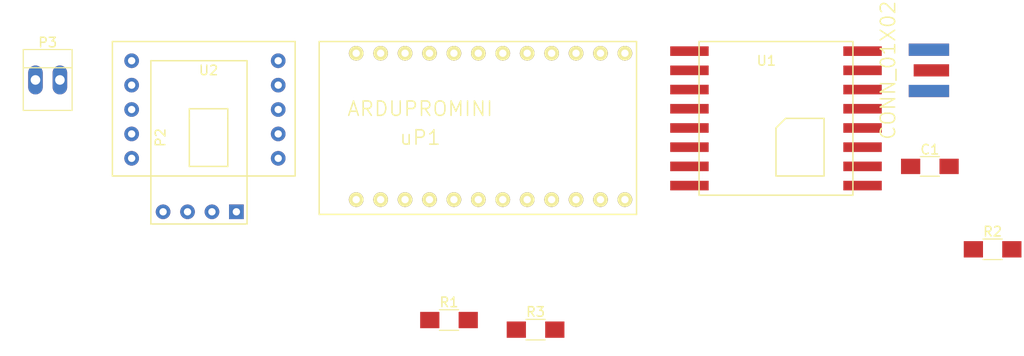
<source format=kicad_pcb>
(kicad_pcb (version 4) (host pcbnew 4.0.6)

  (general
    (links 31)
    (no_connects 29)
    (area 80.236667 89.55 187.000002 126.975)
    (thickness 1.6)
    (drawings 0)
    (tracks 0)
    (zones 0)
    (modules 10)
    (nets 15)
  )

  (page A4)
  (layers
    (0 F.Cu signal)
    (31 B.Cu signal)
    (32 B.Adhes user)
    (33 F.Adhes user)
    (34 B.Paste user)
    (35 F.Paste user)
    (36 B.SilkS user)
    (37 F.SilkS user)
    (38 B.Mask user)
    (39 F.Mask user)
    (40 Dwgs.User user)
    (41 Cmts.User user)
    (42 Eco1.User user)
    (43 Eco2.User user)
    (44 Edge.Cuts user)
    (45 Margin user)
    (46 B.CrtYd user)
    (47 F.CrtYd user)
    (48 B.Fab user)
    (49 F.Fab user)
  )

  (setup
    (last_trace_width 0.25)
    (trace_clearance 0.2)
    (zone_clearance 0.508)
    (zone_45_only no)
    (trace_min 0.2)
    (segment_width 0.2)
    (edge_width 0.1)
    (via_size 0.6)
    (via_drill 0.4)
    (via_min_size 0.4)
    (via_min_drill 0.3)
    (uvia_size 0.3)
    (uvia_drill 0.1)
    (uvias_allowed no)
    (uvia_min_size 0.2)
    (uvia_min_drill 0.1)
    (pcb_text_width 0.3)
    (pcb_text_size 1.5 1.5)
    (mod_edge_width 0.15)
    (mod_text_size 1 1)
    (mod_text_width 0.15)
    (pad_size 1.5 1.5)
    (pad_drill 0.6)
    (pad_to_mask_clearance 0)
    (aux_axis_origin 0 0)
    (visible_elements 7FFFFFFF)
    (pcbplotparams
      (layerselection 0x00030_80000001)
      (usegerberextensions false)
      (excludeedgelayer true)
      (linewidth 0.100000)
      (plotframeref false)
      (viasonmask false)
      (mode 1)
      (useauxorigin false)
      (hpglpennumber 1)
      (hpglpenspeed 20)
      (hpglpendiameter 15)
      (hpglpenoverlay 2)
      (psnegative false)
      (psa4output false)
      (plotreference true)
      (plotvalue true)
      (plotinvisibletext false)
      (padsonsilk false)
      (subtractmaskfromsilk false)
      (outputformat 1)
      (mirror false)
      (drillshape 1)
      (scaleselection 1)
      (outputdirectory ""))
  )

  (net 0 "")
  (net 1 /PWR_OUT)
  (net 2 GND)
  (net 3 "Net-(P1-Pad1)")
  (net 4 /BATT_IN)
  (net 5 /ADC_0)
  (net 6 "Net-(R3-Pad2)")
  (net 7 /Lora_MISO)
  (net 8 /Lora_MOSI)
  (net 9 /Lora_SCK)
  (net 10 /RF_INT_OUT)
  (net 11 /RF_DIO1)
  (net 12 /ACC_INT1)
  (net 13 /I2C_SDA)
  (net 14 /I2C_SCL)

  (net_class Default "This is the default net class."
    (clearance 0.2)
    (trace_width 0.25)
    (via_dia 0.6)
    (via_drill 0.4)
    (uvia_dia 0.3)
    (uvia_drill 0.1)
    (add_net /ACC_INT1)
    (add_net /ADC_0)
    (add_net /BATT_IN)
    (add_net /I2C_SCL)
    (add_net /I2C_SDA)
    (add_net /Lora_MISO)
    (add_net /Lora_MOSI)
    (add_net /Lora_SCK)
    (add_net /PWR_OUT)
    (add_net /RF_DIO1)
    (add_net /RF_INT_OUT)
    (add_net GND)
    (add_net "Net-(P1-Pad1)")
    (add_net "Net-(R3-Pad2)")
  )

  (module Capacitors_SMD:C_1206_HandSoldering (layer F.Cu) (tedit 58AA84D1) (tstamp 58C1C68D)
    (at 177 107)
    (descr "Capacitor SMD 1206, hand soldering")
    (tags "capacitor 1206")
    (path /58B598FF)
    (attr smd)
    (fp_text reference C1 (at 0 -1.75) (layer F.SilkS)
      (effects (font (size 1 1) (thickness 0.15)))
    )
    (fp_text value 10u (at 0 2) (layer F.Fab)
      (effects (font (size 1 1) (thickness 0.15)))
    )
    (fp_text user %R (at 0 -1.75) (layer F.Fab)
      (effects (font (size 1 1) (thickness 0.15)))
    )
    (fp_line (start -1.6 0.8) (end -1.6 -0.8) (layer F.Fab) (width 0.1))
    (fp_line (start 1.6 0.8) (end -1.6 0.8) (layer F.Fab) (width 0.1))
    (fp_line (start 1.6 -0.8) (end 1.6 0.8) (layer F.Fab) (width 0.1))
    (fp_line (start -1.6 -0.8) (end 1.6 -0.8) (layer F.Fab) (width 0.1))
    (fp_line (start 1 -1.02) (end -1 -1.02) (layer F.SilkS) (width 0.12))
    (fp_line (start -1 1.02) (end 1 1.02) (layer F.SilkS) (width 0.12))
    (fp_line (start -3.25 -1.05) (end 3.25 -1.05) (layer F.CrtYd) (width 0.05))
    (fp_line (start -3.25 -1.05) (end -3.25 1.05) (layer F.CrtYd) (width 0.05))
    (fp_line (start 3.25 1.05) (end 3.25 -1.05) (layer F.CrtYd) (width 0.05))
    (fp_line (start 3.25 1.05) (end -3.25 1.05) (layer F.CrtYd) (width 0.05))
    (pad 1 smd rect (at -2 0) (size 2 1.6) (layers F.Cu F.Paste F.Mask)
      (net 1 /PWR_OUT))
    (pad 2 smd rect (at 2 0) (size 2 1.6) (layers F.Cu F.Paste F.Mask)
      (net 2 GND))
    (model Capacitors_SMD.3dshapes/C_1206.wrl
      (at (xyz 0 0 0))
      (scale (xyz 1 1 1))
      (rotate (xyz 0 0 0))
    )
  )

  (module MyLib:TPS61200_Tiny_Module (layer F.Cu) (tedit 58AEE291) (tstamp 58C1C6AC)
    (at 96 113 90)
    (path /58AEE323)
    (fp_text reference P2 (at 9 1 90) (layer F.SilkS)
      (effects (font (size 1 1) (thickness 0.15)))
    )
    (fp_text value CONN_01X04 (at 9 -1 90) (layer F.Fab)
      (effects (font (size 1 1) (thickness 0.15)))
    )
    (fp_line (start 10.16 5.08) (end 13.97 5.08) (layer B.Paste) (width 0.15))
    (fp_line (start 13.97 5.08) (end 13.97 8.89) (layer B.Paste) (width 0.15))
    (fp_line (start 13.97 8.89) (end 10.16 8.89) (layer B.Paste) (width 0.15))
    (fp_line (start 10.16 8.89) (end 10.16 5.08) (layer B.Paste) (width 0.15))
    (fp_line (start 17 0) (end 17 10) (layer F.SilkS) (width 0.15))
    (fp_line (start 17 10) (end 0 10) (layer F.SilkS) (width 0.15))
    (fp_line (start 0 10) (end 0 0) (layer F.SilkS) (width 0.15))
    (fp_line (start 0 0) (end 17 0) (layer F.SilkS) (width 0.15))
    (pad 1 thru_hole circle (at 1.27 1.27 90) (size 1.524 1.524) (drill 0.762) (layers *.Cu *.Mask)
      (net 1 /PWR_OUT))
    (pad 2 thru_hole circle (at 1.27 3.81 90) (size 1.524 1.524) (drill 0.762) (layers *.Cu *.Mask)
      (net 2 GND))
    (pad 3 thru_hole circle (at 1.27 6.35 90) (size 1.524 1.524) (drill 0.762) (layers *.Cu *.Mask)
      (net 4 /BATT_IN))
    (pad 4 thru_hole rect (at 1.27 8.89 90) (size 1.524 1.524) (drill 0.762) (layers *.Cu *.Mask))
  )

  (module Connectors:PINHEAD1-2 (layer F.Cu) (tedit 0) (tstamp 58C1C6BB)
    (at 84 98)
    (path /58AF2934)
    (fp_text reference P3 (at 1.27 -3.9) (layer F.SilkS)
      (effects (font (size 1 1) (thickness 0.15)))
    )
    (fp_text value CONN_01X02 (at 1.27 3.81) (layer F.Fab)
      (effects (font (size 1 1) (thickness 0.15)))
    )
    (fp_line (start 3.81 -1.27) (end -1.27 -1.27) (layer F.SilkS) (width 0.12))
    (fp_line (start 3.81 3.17) (end -1.27 3.17) (layer F.SilkS) (width 0.12))
    (fp_line (start -1.27 -3.17) (end 3.81 -3.17) (layer F.SilkS) (width 0.12))
    (fp_line (start -1.27 -3.17) (end -1.27 3.17) (layer F.SilkS) (width 0.12))
    (fp_line (start 3.81 -3.17) (end 3.81 3.17) (layer F.SilkS) (width 0.12))
    (fp_line (start -1.52 -3.42) (end 4.06 -3.42) (layer F.CrtYd) (width 0.05))
    (fp_line (start -1.52 -3.42) (end -1.52 3.42) (layer F.CrtYd) (width 0.05))
    (fp_line (start 4.06 3.42) (end 4.06 -3.42) (layer F.CrtYd) (width 0.05))
    (fp_line (start 4.06 3.42) (end -1.52 3.42) (layer F.CrtYd) (width 0.05))
    (pad 1 thru_hole oval (at 0 0) (size 1.51 3.01) (drill 1) (layers *.Cu *.Mask)
      (net 4 /BATT_IN))
    (pad 2 thru_hole oval (at 2.54 0) (size 1.51 3.01) (drill 1) (layers *.Cu *.Mask)
      (net 2 GND))
  )

  (module Resistors_SMD:R_1206_HandSoldering (layer F.Cu) (tedit 58AADA36) (tstamp 58C1C6CC)
    (at 127 123)
    (descr "Resistor SMD 1206, hand soldering")
    (tags "resistor 1206")
    (path /58B570FF)
    (attr smd)
    (fp_text reference R1 (at 0 -1.85) (layer F.SilkS)
      (effects (font (size 1 1) (thickness 0.15)))
    )
    (fp_text value 100k (at 0 1.9) (layer F.Fab)
      (effects (font (size 1 1) (thickness 0.15)))
    )
    (fp_text user %R (at 0 -1.85) (layer F.Fab)
      (effects (font (size 1 1) (thickness 0.15)))
    )
    (fp_line (start -1.6 0.8) (end -1.6 -0.8) (layer F.Fab) (width 0.1))
    (fp_line (start 1.6 0.8) (end -1.6 0.8) (layer F.Fab) (width 0.1))
    (fp_line (start 1.6 -0.8) (end 1.6 0.8) (layer F.Fab) (width 0.1))
    (fp_line (start -1.6 -0.8) (end 1.6 -0.8) (layer F.Fab) (width 0.1))
    (fp_line (start 1 1.07) (end -1 1.07) (layer F.SilkS) (width 0.12))
    (fp_line (start -1 -1.07) (end 1 -1.07) (layer F.SilkS) (width 0.12))
    (fp_line (start -3.25 -1.11) (end 3.25 -1.11) (layer F.CrtYd) (width 0.05))
    (fp_line (start -3.25 -1.11) (end -3.25 1.1) (layer F.CrtYd) (width 0.05))
    (fp_line (start 3.25 1.1) (end 3.25 -1.11) (layer F.CrtYd) (width 0.05))
    (fp_line (start 3.25 1.1) (end -3.25 1.1) (layer F.CrtYd) (width 0.05))
    (pad 1 smd rect (at -2 0) (size 2 1.7) (layers F.Cu F.Paste F.Mask)
      (net 4 /BATT_IN))
    (pad 2 smd rect (at 2 0) (size 2 1.7) (layers F.Cu F.Paste F.Mask)
      (net 5 /ADC_0))
    (model Resistors_SMD.3dshapes/R_1206.wrl
      (at (xyz 0 0 0))
      (scale (xyz 1 1 1))
      (rotate (xyz 0 0 0))
    )
  )

  (module Resistors_SMD:R_1206_HandSoldering (layer F.Cu) (tedit 58AADA36) (tstamp 58C1C6DD)
    (at 183.525001 115.635)
    (descr "Resistor SMD 1206, hand soldering")
    (tags "resistor 1206")
    (path /58B57434)
    (attr smd)
    (fp_text reference R2 (at 0 -1.85) (layer F.SilkS)
      (effects (font (size 1 1) (thickness 0.15)))
    )
    (fp_text value 100k (at 0 1.9) (layer F.Fab)
      (effects (font (size 1 1) (thickness 0.15)))
    )
    (fp_text user %R (at 0 -1.85) (layer F.Fab)
      (effects (font (size 1 1) (thickness 0.15)))
    )
    (fp_line (start -1.6 0.8) (end -1.6 -0.8) (layer F.Fab) (width 0.1))
    (fp_line (start 1.6 0.8) (end -1.6 0.8) (layer F.Fab) (width 0.1))
    (fp_line (start 1.6 -0.8) (end 1.6 0.8) (layer F.Fab) (width 0.1))
    (fp_line (start -1.6 -0.8) (end 1.6 -0.8) (layer F.Fab) (width 0.1))
    (fp_line (start 1 1.07) (end -1 1.07) (layer F.SilkS) (width 0.12))
    (fp_line (start -1 -1.07) (end 1 -1.07) (layer F.SilkS) (width 0.12))
    (fp_line (start -3.25 -1.11) (end 3.25 -1.11) (layer F.CrtYd) (width 0.05))
    (fp_line (start -3.25 -1.11) (end -3.25 1.1) (layer F.CrtYd) (width 0.05))
    (fp_line (start 3.25 1.1) (end 3.25 -1.11) (layer F.CrtYd) (width 0.05))
    (fp_line (start 3.25 1.1) (end -3.25 1.1) (layer F.CrtYd) (width 0.05))
    (pad 1 smd rect (at -2 0) (size 2 1.7) (layers F.Cu F.Paste F.Mask)
      (net 5 /ADC_0))
    (pad 2 smd rect (at 2 0) (size 2 1.7) (layers F.Cu F.Paste F.Mask)
      (net 2 GND))
    (model Resistors_SMD.3dshapes/R_1206.wrl
      (at (xyz 0 0 0))
      (scale (xyz 1 1 1))
      (rotate (xyz 0 0 0))
    )
  )

  (module Resistors_SMD:R_1206_HandSoldering (layer F.Cu) (tedit 58AADA36) (tstamp 58C1C6EE)
    (at 136 124)
    (descr "Resistor SMD 1206, hand soldering")
    (tags "resistor 1206")
    (path /58B58F80)
    (attr smd)
    (fp_text reference R3 (at 0 -1.85) (layer F.SilkS)
      (effects (font (size 1 1) (thickness 0.15)))
    )
    (fp_text value 100k (at 0 1.9) (layer F.Fab)
      (effects (font (size 1 1) (thickness 0.15)))
    )
    (fp_text user %R (at 0 -1.85) (layer F.Fab)
      (effects (font (size 1 1) (thickness 0.15)))
    )
    (fp_line (start -1.6 0.8) (end -1.6 -0.8) (layer F.Fab) (width 0.1))
    (fp_line (start 1.6 0.8) (end -1.6 0.8) (layer F.Fab) (width 0.1))
    (fp_line (start 1.6 -0.8) (end 1.6 0.8) (layer F.Fab) (width 0.1))
    (fp_line (start -1.6 -0.8) (end 1.6 -0.8) (layer F.Fab) (width 0.1))
    (fp_line (start 1 1.07) (end -1 1.07) (layer F.SilkS) (width 0.12))
    (fp_line (start -1 -1.07) (end 1 -1.07) (layer F.SilkS) (width 0.12))
    (fp_line (start -3.25 -1.11) (end 3.25 -1.11) (layer F.CrtYd) (width 0.05))
    (fp_line (start -3.25 -1.11) (end -3.25 1.1) (layer F.CrtYd) (width 0.05))
    (fp_line (start 3.25 1.1) (end 3.25 -1.11) (layer F.CrtYd) (width 0.05))
    (fp_line (start 3.25 1.1) (end -3.25 1.1) (layer F.CrtYd) (width 0.05))
    (pad 1 smd rect (at -2 0) (size 2 1.7) (layers F.Cu F.Paste F.Mask)
      (net 1 /PWR_OUT))
    (pad 2 smd rect (at 2 0) (size 2 1.7) (layers F.Cu F.Paste F.Mask)
      (net 6 "Net-(R3-Pad2)"))
    (model Resistors_SMD.3dshapes/R_1206.wrl
      (at (xyz 0 0 0))
      (scale (xyz 1 1 1))
      (rotate (xyz 0 0 0))
    )
  )

  (module MyLib:RFM95 (layer F.Cu) (tedit 58AC420B) (tstamp 58C1C70B)
    (at 161 102 180)
    (path /58AC423B)
    (fp_text reference U1 (at 1 6 180) (layer F.SilkS)
      (effects (font (size 1 1) (thickness 0.15)))
    )
    (fp_text value RFM95 (at 1 4 180) (layer F.Fab)
      (effects (font (size 1 1) (thickness 0.15)))
    )
    (fp_line (start -5 -6) (end -5 0) (layer F.SilkS) (width 0.15))
    (fp_line (start -5 0) (end -1 0) (layer F.SilkS) (width 0.15))
    (fp_line (start -1 0) (end 0 -1) (layer F.SilkS) (width 0.15))
    (fp_line (start 0 -1) (end 0 -6) (layer F.SilkS) (width 0.15))
    (fp_line (start 0 -6) (end -5 -6) (layer F.SilkS) (width 0.15))
    (fp_line (start -8 8) (end -8 -8) (layer F.SilkS) (width 0.15))
    (fp_line (start -8 -8) (end 8 -8) (layer F.SilkS) (width 0.15))
    (fp_line (start 8 -8) (end 8 8) (layer F.SilkS) (width 0.15))
    (fp_line (start 8 8) (end -8 8) (layer F.SilkS) (width 0.15))
    (pad 1 smd rect (at -9 -7 180) (size 4 1) (layers F.Cu F.Paste F.Mask)
      (net 2 GND))
    (pad 2 smd rect (at -9 -5 180) (size 4 1) (layers F.Cu F.Paste F.Mask)
      (net 7 /Lora_MISO))
    (pad 3 smd rect (at -9 -3 180) (size 4 1) (layers F.Cu F.Paste F.Mask)
      (net 8 /Lora_MOSI))
    (pad 4 smd rect (at -9 -1 180) (size 4 1) (layers F.Cu F.Paste F.Mask)
      (net 9 /Lora_SCK))
    (pad 5 smd rect (at -9 1 180) (size 4 1) (layers F.Cu F.Paste F.Mask)
      (net 6 "Net-(R3-Pad2)"))
    (pad 6 smd rect (at -9 3 180) (size 4 1) (layers F.Cu F.Paste F.Mask))
    (pad 7 smd rect (at -9 5 180) (size 4 1) (layers F.Cu F.Paste F.Mask))
    (pad 8 smd rect (at -9 7 180) (size 4 1) (layers F.Cu F.Paste F.Mask)
      (net 2 GND))
    (pad 9 smd rect (at 9 7 180) (size 4 1) (layers F.Cu F.Paste F.Mask)
      (net 3 "Net-(P1-Pad1)"))
    (pad 10 smd rect (at 9 5 180) (size 4 1) (layers F.Cu F.Paste F.Mask)
      (net 2 GND))
    (pad 11 smd rect (at 9 3 180) (size 4 1) (layers F.Cu F.Paste F.Mask))
    (pad 12 smd rect (at 9 1 180) (size 4 1) (layers F.Cu F.Paste F.Mask))
    (pad 13 smd rect (at 9 -1 180) (size 4 1) (layers F.Cu F.Paste F.Mask)
      (net 1 /PWR_OUT))
    (pad 14 smd rect (at 9 -3 180) (size 4 1) (layers F.Cu F.Paste F.Mask)
      (net 10 /RF_INT_OUT))
    (pad 15 smd rect (at 9 -5 180) (size 4 1) (layers F.Cu F.Paste F.Mask)
      (net 11 /RF_DIO1))
    (pad 16 smd rect (at 9 -7 180) (size 4 1) (layers F.Cu F.Paste F.Mask))
  )

  (module MyLib:ADXL345_BRKOUT (layer F.Cu) (tedit 58AF0BD4) (tstamp 58C1C723)
    (at 102 100)
    (path /58AF0D5E)
    (fp_text reference U2 (at 0 -3) (layer F.SilkS)
      (effects (font (size 1 1) (thickness 0.15)))
    )
    (fp_text value ADXL345_brkout (at 0 -5) (layer F.Fab)
      (effects (font (size 1 1) (thickness 0.15)))
    )
    (fp_line (start 2 1) (end 2 2) (layer F.SilkS) (width 0.15))
    (fp_line (start -2 1) (end -2 2) (layer F.SilkS) (width 0.15))
    (fp_line (start -2 1) (end 2 1) (layer F.SilkS) (width 0.15))
    (fp_line (start 2 2) (end 2 7) (layer F.SilkS) (width 0.15))
    (fp_line (start 2 7) (end -2 7) (layer F.SilkS) (width 0.15))
    (fp_line (start -2 7) (end -2 2) (layer F.SilkS) (width 0.15))
    (fp_line (start 9 -6) (end 9 8) (layer F.SilkS) (width 0.15))
    (fp_line (start 9 8) (end -10 8) (layer F.SilkS) (width 0.15))
    (fp_line (start -10 8) (end -10 -6) (layer F.SilkS) (width 0.15))
    (fp_line (start -10 -6) (end 9 -6) (layer F.SilkS) (width 0.15))
    (pad 1 thru_hole circle (at -8 -4) (size 1.524 1.524) (drill 0.762) (layers *.Cu *.Mask))
    (pad 2 thru_hole circle (at -8 -1.46) (size 1.524 1.524) (drill 0.762) (layers *.Cu *.Mask))
    (pad 3 thru_hole circle (at -8 1.08) (size 1.524 1.524) (drill 0.762) (layers *.Cu *.Mask))
    (pad 4 thru_hole circle (at -8 3.62) (size 1.524 1.524) (drill 0.762) (layers *.Cu *.Mask)
      (net 12 /ACC_INT1))
    (pad 5 thru_hole circle (at -8 6.16) (size 1.524 1.524) (drill 0.762) (layers *.Cu *.Mask))
    (pad 6 thru_hole circle (at 7.24 6.16) (size 1.524 1.524) (drill 0.762) (layers *.Cu *.Mask))
    (pad 7 thru_hole circle (at 7.24 3.62) (size 1.524 1.524) (drill 0.762) (layers *.Cu *.Mask)
      (net 13 /I2C_SDA))
    (pad 8 thru_hole circle (at 7.24 1.08) (size 1.524 1.524) (drill 0.762) (layers *.Cu *.Mask)
      (net 14 /I2C_SCL))
    (pad 9 thru_hole circle (at 7.24 -1.46) (size 1.524 1.524) (drill 0.762) (layers *.Cu *.Mask)
      (net 2 GND))
    (pad 10 thru_hole circle (at 7.24 -4) (size 1.524 1.524) (drill 0.762) (layers *.Cu *.Mask)
      (net 1 /PWR_OUT))
  )

  (module MyLib:ArduProMini_only_sideholes (layer F.Cu) (tedit 58AF1067) (tstamp 58C1C74D)
    (at 131 103 90)
    (path /58C14A6F)
    (fp_text reference uP1 (at -1 -7 180) (layer F.SilkS)
      (effects (font (size 1.5 1.5) (thickness 0.15)))
    )
    (fp_text value ARDUPROMINI (at 2 -7 180) (layer F.SilkS)
      (effects (font (size 1.5 1.5) (thickness 0.15)))
    )
    (fp_line (start -9 -17.5) (end 9 -17.5) (layer F.SilkS) (width 0.15))
    (fp_line (start 9 -17.5) (end 9 15.5) (layer F.SilkS) (width 0.15))
    (fp_line (start 9 15.5) (end -9 15.5) (layer F.SilkS) (width 0.15))
    (fp_line (start -9 15.5) (end -9 -17.5) (layer F.SilkS) (width 0.15))
    (pad 1 smd circle (at -6.19 -16.19 90) (size 1.524 1.524) (layers F.Paste F.Mask))
    (pad 2 smd circle (at -3.65 -16.19 90) (size 1.524 1.524) (layers F.Paste F.Mask))
    (pad 3 smd circle (at -1.11 -16.19 90) (size 1.524 1.524) (layers F.Paste F.Mask))
    (pad 4 smd circle (at 1.43 -16.19 90) (size 1.524 1.524) (layers F.Paste F.Mask))
    (pad 5 smd circle (at 3.97 -16.19 90) (size 1.524 1.524) (layers F.Paste F.Mask))
    (pad 6 smd circle (at 6.51 -16.19 90) (size 1.524 1.524) (layers F.Paste F.Mask))
    (pad 7 thru_hole circle (at -7.46 -13.65 90) (size 1.524 1.524) (drill 0.762) (layers *.Cu *.Mask F.SilkS))
    (pad 8 thru_hole circle (at -7.46 -11.11 90) (size 1.524 1.524) (drill 0.762) (layers *.Cu *.Mask F.SilkS))
    (pad 9 thru_hole circle (at -7.46 -8.57 90) (size 1.524 1.524) (drill 0.762) (layers *.Cu *.Mask F.SilkS))
    (pad 10 thru_hole circle (at -7.46 -6.03 90) (size 1.524 1.524) (drill 0.762) (layers *.Cu *.Mask F.SilkS)
      (net 2 GND))
    (pad 11 thru_hole circle (at -7.46 -3.49 90) (size 1.524 1.524) (drill 0.762) (layers *.Cu *.Mask F.SilkS)
      (net 12 /ACC_INT1))
    (pad 12 thru_hole circle (at -7.46 -0.95 90) (size 1.524 1.524) (drill 0.762) (layers *.Cu *.Mask F.SilkS)
      (net 10 /RF_INT_OUT))
    (pad 13 thru_hole circle (at -7.46 1.59 90) (size 1.524 1.524) (drill 0.762) (layers *.Cu *.Mask F.SilkS)
      (net 11 /RF_DIO1))
    (pad 14 thru_hole circle (at -7.46 4.13 90) (size 1.524 1.524) (drill 0.762) (layers *.Cu *.Mask F.SilkS))
    (pad 15 thru_hole circle (at -7.46 6.67 90) (size 1.524 1.524) (drill 0.762) (layers *.Cu *.Mask F.SilkS))
    (pad 16 thru_hole circle (at -7.46 9.21 90) (size 1.524 1.524) (drill 0.762) (layers *.Cu *.Mask F.SilkS))
    (pad 17 thru_hole circle (at -7.46 11.75 90) (size 1.524 1.524) (drill 0.762) (layers *.Cu *.Mask F.SilkS))
    (pad 18 thru_hole circle (at -7.46 14.29 90) (size 1.524 1.524) (drill 0.762) (layers *.Cu *.Mask F.SilkS))
    (pad 19 thru_hole circle (at 7.78 -13.65 90) (size 1.524 1.524) (drill 0.762) (layers *.Cu *.Mask F.SilkS))
    (pad 20 thru_hole circle (at 7.78 -11.11 90) (size 1.524 1.524) (drill 0.762) (layers *.Cu *.Mask F.SilkS))
    (pad 21 thru_hole circle (at 7.78 -8.57 90) (size 1.524 1.524) (drill 0.762) (layers *.Cu *.Mask F.SilkS))
    (pad 22 thru_hole circle (at 7.78 -6.03 90) (size 1.524 1.524) (drill 0.762) (layers *.Cu *.Mask F.SilkS)
      (net 1 /PWR_OUT))
    (pad 23 thru_hole circle (at 7.78 -3.49 90) (size 1.524 1.524) (drill 0.762) (layers *.Cu *.Mask F.SilkS))
    (pad 24 thru_hole circle (at 7.78 -0.95 90) (size 1.524 1.524) (drill 0.762) (layers *.Cu *.Mask F.SilkS))
    (pad 25 thru_hole circle (at 7.78 1.59 90) (size 1.524 1.524) (drill 0.762) (layers *.Cu *.Mask F.SilkS))
    (pad 26 thru_hole circle (at 7.78 4.13 90) (size 1.524 1.524) (drill 0.762) (layers *.Cu *.Mask F.SilkS)
      (net 5 /ADC_0))
    (pad 27 thru_hole circle (at 7.78 6.67 90) (size 1.524 1.524) (drill 0.762) (layers *.Cu *.Mask F.SilkS)
      (net 9 /Lora_SCK))
    (pad 28 thru_hole circle (at 7.78 9.21 90) (size 1.524 1.524) (drill 0.762) (layers *.Cu *.Mask F.SilkS)
      (net 7 /Lora_MISO))
    (pad 29 thru_hole circle (at 7.78 11.75 90) (size 1.524 1.524) (drill 0.762) (layers *.Cu *.Mask F.SilkS)
      (net 8 /Lora_MOSI))
    (pad 30 thru_hole circle (at 7.78 14.29 90) (size 1.524 1.524) (drill 0.762) (layers *.Cu *.Mask F.SilkS))
    (pad 31 smd circle (at 4.859 -4.887 90) (size 1.5 1.5) (layers F.Paste F.Mask)
      (net 14 /I2C_SCL))
    (pad 32 smd circle (at 4.859 -2.347 90) (size 1.5 1.5) (layers F.Paste F.Mask)
      (net 13 /I2C_SDA))
    (pad 33 smd circle (at 4.859 5.527 90) (size 1.5 1.5) (layers F.Paste F.Mask))
    (pad 34 smd circle (at 4.859 8.067 90) (size 1.5 1.5) (layers F.Paste F.Mask))
  )

  (module MyLib:SMA_EDGE (layer F.Cu) (tedit 54067F78) (tstamp 58C1C8DC)
    (at 179 97 90)
    (path /58AED1B7)
    (fp_text reference P1 (at 0 -6.35 90) (layer F.SilkS) hide
      (effects (font (size 1.5 1.5) (thickness 0.15)))
    )
    (fp_text value CONN_01X02 (at 0 -6.35 270) (layer F.SilkS)
      (effects (font (size 1.5 1.5) (thickness 0.15)))
    )
    (pad 2 smd rect (at -2.1463 -2.0955 90) (size 1.27 4.191) (layers F.Cu F.Paste F.Mask)
      (net 2 GND))
    (pad 2 smd rect (at 2.1463 -2.0955 90) (size 1.27 4.191) (layers F.Cu F.Paste F.Mask)
      (net 2 GND))
    (pad 1 smd rect (at 0 -1.8415 90) (size 1.27 3.683) (layers F.Cu F.Paste F.Mask)
      (net 3 "Net-(P1-Pad1)"))
    (pad 2 smd rect (at -2.1463 -2.0955 90) (size 1.27 4.191) (layers B.Cu F.Paste F.Mask)
      (net 2 GND))
    (pad 2 smd rect (at 2.1463 -2.0955 90) (size 1.27 4.191) (layers B.Cu F.Paste F.Mask)
      (net 2 GND))
  )

)

</source>
